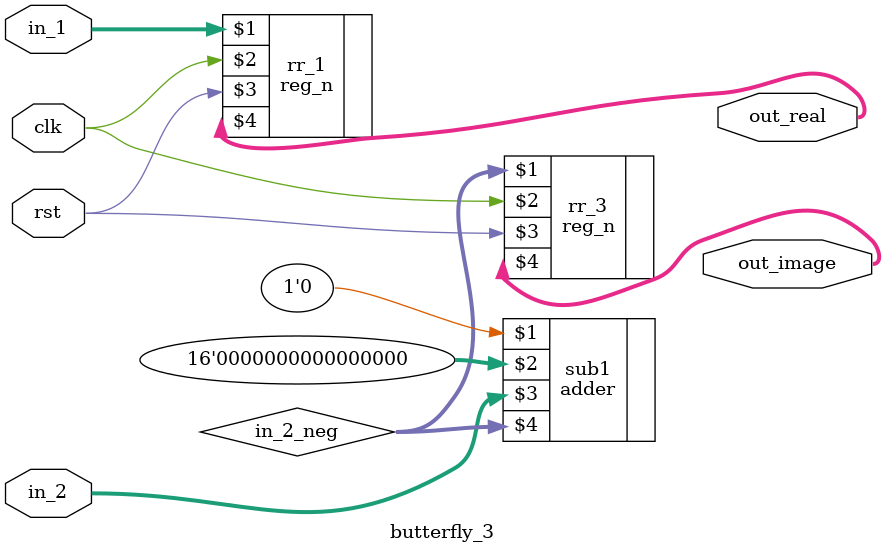
<source format=v>
module butterfly_3 #(parameter N = 4)
(
    input [(2 ** N) - 1 : 0] in_1, in_2,
    input clk, rst,
    output [(2 ** N) - 1 : 0] out_real, out_image
);
    wire [(2 ** N) - 1 : 0] in_2_neg;

    parameter zero_real = 16'b0000000000000000;

    reg_n rr_1 (in_1, clk, rst, out_real); // out_real = in_1
    adder sub1(1'b0, zero_real, in_2, in_2_neg); // in_2_neg = -in_2
    reg_n rr_3 (in_2_neg, clk, rst, out_image); // out_image = in_2_neg = -in_2

endmodule

</source>
